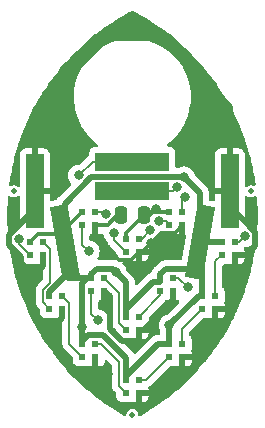
<source format=gbr>
G04 #@! TF.GenerationSoftware,KiCad,Pcbnew,(5.99.0-10027-g0561ce903e)*
G04 #@! TF.CreationDate,2021-09-03T22:07:34-07:00*
G04 #@! TF.ProjectId,scale_cca,7363616c-655f-4636-9361-2e6b69636164,v1r0*
G04 #@! TF.SameCoordinates,Original*
G04 #@! TF.FileFunction,Copper,L1,Top*
G04 #@! TF.FilePolarity,Positive*
%FSLAX46Y46*%
G04 Gerber Fmt 4.6, Leading zero omitted, Abs format (unit mm)*
G04 Created by KiCad (PCBNEW (5.99.0-10027-g0561ce903e)) date 2021-09-03 22:07:34*
%MOMM*%
%LPD*%
G01*
G04 APERTURE LIST*
G04 Aperture macros list*
%AMRoundRect*
0 Rectangle with rounded corners*
0 $1 Rounding radius*
0 $2 $3 $4 $5 $6 $7 $8 $9 X,Y pos of 4 corners*
0 Add a 4 corners polygon primitive as box body*
4,1,4,$2,$3,$4,$5,$6,$7,$8,$9,$2,$3,0*
0 Add four circle primitives for the rounded corners*
1,1,$1+$1,$2,$3*
1,1,$1+$1,$4,$5*
1,1,$1+$1,$6,$7*
1,1,$1+$1,$8,$9*
0 Add four rect primitives between the rounded corners*
20,1,$1+$1,$2,$3,$4,$5,0*
20,1,$1+$1,$4,$5,$6,$7,0*
20,1,$1+$1,$6,$7,$8,$9,0*
20,1,$1+$1,$8,$9,$2,$3,0*%
%AMRotRect*
0 Rectangle, with rotation*
0 The origin of the aperture is its center*
0 $1 length*
0 $2 width*
0 $3 Rotation angle, in degrees counterclockwise*
0 Add horizontal line*
21,1,$1,$2,0,0,$3*%
G04 Aperture macros list end*
G04 #@! TA.AperFunction,SMDPad,CuDef*
%ADD10RotRect,6.250000X1.500000X80.000000*%
G04 #@! TD*
G04 #@! TA.AperFunction,SMDPad,CuDef*
%ADD11R,0.600000X0.600000*%
G04 #@! TD*
G04 #@! TA.AperFunction,SMDPad,CuDef*
%ADD12R,6.250000X1.500000*%
G04 #@! TD*
G04 #@! TA.AperFunction,SMDPad,CuDef*
%ADD13R,1.500000X6.250000*%
G04 #@! TD*
G04 #@! TA.AperFunction,SMDPad,CuDef*
%ADD14C,0.500000*%
G04 #@! TD*
G04 #@! TA.AperFunction,SMDPad,CuDef*
%ADD15RoundRect,0.250000X-0.250000X-0.475000X0.250000X-0.475000X0.250000X0.475000X-0.250000X0.475000X0*%
G04 #@! TD*
G04 #@! TA.AperFunction,SMDPad,CuDef*
%ADD16RotRect,6.250000X1.500000X100.000000*%
G04 #@! TD*
G04 #@! TA.AperFunction,ViaPad*
%ADD17C,0.800000*%
G04 #@! TD*
G04 #@! TA.AperFunction,Conductor*
%ADD18C,0.152400*%
G04 #@! TD*
G04 #@! TA.AperFunction,Conductor*
%ADD19C,0.300000*%
G04 #@! TD*
G04 #@! TA.AperFunction,Conductor*
%ADD20C,0.500000*%
G04 #@! TD*
G04 APERTURE END LIST*
D10*
X42227500Y-45593000D03*
D11*
X40745500Y-44111000D03*
X40745500Y-43011000D03*
X39645500Y-43011000D03*
X39645500Y-44111000D03*
D12*
X36512500Y-41275000D03*
D13*
X28257500Y-41275000D03*
D14*
X26479500Y-41275000D03*
D11*
X34141500Y-49699000D03*
X34141500Y-48599000D03*
X33041500Y-48599000D03*
X33041500Y-49699000D03*
X30585500Y-51223000D03*
X30585500Y-50123000D03*
X29485500Y-50123000D03*
X29485500Y-51223000D03*
X33379500Y-44111000D03*
X33379500Y-43011000D03*
X32279500Y-43011000D03*
X32279500Y-44111000D03*
X39983500Y-49699000D03*
X39983500Y-48599000D03*
X38883500Y-48599000D03*
X38883500Y-49699000D03*
X45190500Y-46651000D03*
X45190500Y-45551000D03*
X44090500Y-45551000D03*
X44090500Y-46651000D03*
D12*
X36512500Y-38760400D03*
D11*
X33379500Y-55287000D03*
X33379500Y-54187000D03*
X32279500Y-54187000D03*
X32279500Y-55287000D03*
D15*
X35562500Y-43307000D03*
X37462500Y-43307000D03*
D11*
X37062500Y-53001000D03*
X37062500Y-51901000D03*
X35962500Y-51901000D03*
X35962500Y-53001000D03*
X37062500Y-58335000D03*
X37062500Y-57235000D03*
X35962500Y-57235000D03*
X35962500Y-58335000D03*
D14*
X36512500Y-60198000D03*
D11*
X37062500Y-46397000D03*
X37062500Y-45297000D03*
X35962500Y-45297000D03*
X35962500Y-46397000D03*
D13*
X44767500Y-41275000D03*
D14*
X46545500Y-41275000D03*
D11*
X28934500Y-46651000D03*
X28934500Y-45551000D03*
X27834500Y-45551000D03*
X27834500Y-46651000D03*
X40745500Y-55287000D03*
X40745500Y-54187000D03*
X39645500Y-54187000D03*
X39645500Y-55287000D03*
D16*
X30797500Y-45593000D03*
D11*
X43539500Y-51223000D03*
X43539500Y-50123000D03*
X42439500Y-50123000D03*
X42439500Y-51223000D03*
D17*
X34480500Y-56769000D03*
X26934498Y-45339000D03*
X46037500Y-45085000D03*
X35115500Y-48133000D03*
X40887511Y-40074989D03*
X38544500Y-42799000D03*
X38100000Y-45656500D03*
X41211500Y-49403000D03*
X38798500Y-43815000D03*
X42100500Y-53721000D03*
X38478500Y-52004000D03*
X32279500Y-52747000D03*
X39645500Y-52620000D03*
X40957500Y-41783000D03*
X40322500Y-40924989D03*
X32829500Y-46355000D03*
X38036500Y-44577000D03*
X33591500Y-52197000D03*
X34297523Y-43191315D03*
X34988500Y-44831000D03*
X31981449Y-39918949D03*
D18*
X34988500Y-45423000D02*
X35962500Y-46397000D01*
X34988500Y-44831000D02*
X34988500Y-45423000D01*
D19*
X33379500Y-45044020D02*
X34438500Y-46103020D01*
X33379500Y-44111000D02*
X33379500Y-45044020D01*
D20*
X26084487Y-44930994D02*
X26084487Y-45832987D01*
X26084487Y-45832987D02*
X27084489Y-46832989D01*
X27084489Y-46832989D02*
X27084489Y-47311009D01*
X27906480Y-48133000D02*
X28384500Y-48133000D01*
X28257500Y-42757981D02*
X26084487Y-44930994D01*
X27084489Y-47311009D02*
X27906480Y-48133000D01*
X28257500Y-41275000D02*
X28257500Y-42757981D01*
D18*
X27425322Y-46241822D02*
X27834500Y-46651000D01*
X26934498Y-45748178D02*
X27425322Y-46239002D01*
X26934498Y-45339000D02*
X26934498Y-45748178D01*
X27425322Y-46239002D02*
X27425322Y-46241822D01*
D20*
X42227500Y-41414978D02*
X42227500Y-45593000D01*
X40887511Y-40074989D02*
X42227500Y-41414978D01*
D18*
X40322500Y-40924989D02*
X39972489Y-41275000D01*
X39972489Y-41275000D02*
X36512500Y-41275000D01*
D20*
X30585500Y-52028000D02*
X29908500Y-52705000D01*
X30585500Y-51223000D02*
X30585500Y-52028000D01*
X28934500Y-47583000D02*
X28384500Y-48133000D01*
X28934500Y-46651000D02*
X28934500Y-47583000D01*
X44767500Y-42556983D02*
X46887511Y-44676994D01*
X46122500Y-46651000D02*
X45190500Y-46651000D01*
X46887511Y-44676994D02*
X46887511Y-45885989D01*
X44767500Y-41275000D02*
X44767500Y-42556983D01*
X46887511Y-45885989D02*
X46122500Y-46651000D01*
D18*
X45571500Y-45551000D02*
X46037500Y-45085000D01*
X45190500Y-45551000D02*
X45571500Y-45551000D01*
D20*
X35115500Y-48133000D02*
X34831489Y-47848989D01*
X33481491Y-47848989D02*
X33041500Y-48288980D01*
X34831489Y-47848989D02*
X33481491Y-47848989D01*
X35962500Y-48980000D02*
X35115500Y-48133000D01*
X35962500Y-51901000D02*
X35962500Y-48980000D01*
X33041500Y-48288980D02*
X33041500Y-48599000D01*
X35962500Y-51209980D02*
X35962500Y-51901000D01*
X38223491Y-48948989D02*
X35962500Y-51209980D01*
X38871511Y-48948989D02*
X38223491Y-48948989D01*
X38883500Y-48599000D02*
X38883500Y-48937000D01*
X38883500Y-48937000D02*
X38871511Y-48948989D01*
X41986489Y-47848989D02*
X42439500Y-48302000D01*
X38883500Y-48599000D02*
X38883500Y-48288980D01*
X38883500Y-48288980D02*
X39323491Y-47848989D01*
X39323491Y-47848989D02*
X41986489Y-47848989D01*
X42439500Y-50123000D02*
X42439500Y-48302000D01*
X42439500Y-48302000D02*
X42439500Y-45805000D01*
D19*
X38036500Y-43307000D02*
X38544500Y-42799000D01*
X37462500Y-43307000D02*
X38036500Y-43307000D01*
X38100000Y-45656500D02*
X38925500Y-44831000D01*
X40576500Y-44410020D02*
X40576500Y-44280000D01*
X38925500Y-44831000D02*
X40155520Y-44831000D01*
X40155520Y-44831000D02*
X40576500Y-44410020D01*
X37062500Y-46397000D02*
X37359500Y-46397000D01*
X37359500Y-46397000D02*
X38100000Y-45656500D01*
X40576500Y-44280000D02*
X40745500Y-44111000D01*
D18*
X38798500Y-43815000D02*
X39349500Y-43815000D01*
X40407500Y-48599000D02*
X41211500Y-49403000D01*
X39983500Y-48599000D02*
X40407500Y-48599000D01*
X39349500Y-43815000D02*
X39645500Y-44111000D01*
D20*
X38700480Y-54187000D02*
X39645500Y-54187000D01*
X35962500Y-57235000D02*
X35962500Y-56924980D01*
X35962500Y-56924980D02*
X38700480Y-54187000D01*
X43539500Y-52282000D02*
X43539500Y-51223000D01*
X42100500Y-53721000D02*
X43539500Y-52282000D01*
X38478500Y-52004000D02*
X37481500Y-53001000D01*
X32279500Y-52747000D02*
X32279500Y-54187000D01*
X39645500Y-52620000D02*
X39645500Y-54187000D01*
X34607500Y-50165000D02*
X34141500Y-49699000D01*
X35623500Y-53975000D02*
X34607500Y-52959000D01*
X34607500Y-52959000D02*
X34607500Y-50165000D01*
X37062500Y-53801000D02*
X36888500Y-53975000D01*
X36888500Y-53975000D02*
X35623500Y-53975000D01*
X37062500Y-53001000D02*
X37062500Y-53801000D01*
X37481500Y-53001000D02*
X37062500Y-53001000D01*
X39983500Y-49699000D02*
X39983500Y-50499000D01*
X39983500Y-50499000D02*
X38478500Y-52004000D01*
X44090500Y-45551000D02*
X42269500Y-45551000D01*
X42269500Y-45551000D02*
X42227500Y-45593000D01*
X42439500Y-45805000D02*
X42227500Y-45593000D01*
X42129480Y-50123000D02*
X39645500Y-52606980D01*
X42439500Y-50123000D02*
X42129480Y-50123000D01*
X39645500Y-52606980D02*
X39645500Y-52620000D01*
X35962500Y-57235000D02*
X35962500Y-55359980D01*
X34039509Y-53436989D02*
X35962500Y-55359980D01*
X32775511Y-53436989D02*
X32279500Y-53933000D01*
X32279500Y-53933000D02*
X32279500Y-54187000D01*
X34039509Y-53436989D02*
X32775511Y-53436989D01*
X32279500Y-49050980D02*
X32279500Y-52747000D01*
X32731480Y-48599000D02*
X32279500Y-49050980D01*
X33041500Y-48599000D02*
X32731480Y-48599000D01*
X31051500Y-45847000D02*
X30797500Y-45593000D01*
X31051500Y-48641000D02*
X31051500Y-45847000D01*
X31093500Y-48599000D02*
X31051500Y-48641000D01*
X33041500Y-48599000D02*
X31093500Y-48599000D01*
X29485500Y-49770008D02*
X30797500Y-48458008D01*
X29485500Y-50123000D02*
X29485500Y-49770008D01*
X30797500Y-48458008D02*
X30797500Y-45593000D01*
D19*
X30797500Y-44493000D02*
X32279500Y-43011000D01*
X30797500Y-45593000D02*
X30797500Y-44493000D01*
X30105489Y-44900989D02*
X30797500Y-45593000D01*
X28484511Y-44900989D02*
X30105489Y-44900989D01*
X27834500Y-45551000D02*
X28484511Y-44900989D01*
D18*
X40745500Y-41825000D02*
X40703500Y-41783000D01*
X40745500Y-43011000D02*
X40745500Y-41825000D01*
X32279500Y-45805000D02*
X32279500Y-44111000D01*
X32829500Y-46355000D02*
X32279500Y-45805000D01*
X37316500Y-45297000D02*
X38036500Y-44577000D01*
X37062500Y-45297000D02*
X37316500Y-45297000D01*
D19*
X36412489Y-47047011D02*
X35382491Y-47047011D01*
X37062500Y-46397000D02*
X36412489Y-47047011D01*
X35382491Y-47047011D02*
X34438500Y-46103020D01*
X35962500Y-44807000D02*
X37462500Y-43307000D01*
X35962500Y-45297000D02*
X35962500Y-44807000D01*
X39645500Y-43011000D02*
X37758500Y-43011000D01*
X37758500Y-43011000D02*
X37462500Y-43307000D01*
D18*
X33591500Y-52197000D02*
X33041500Y-51647000D01*
X33041500Y-51647000D02*
X33041500Y-49699000D01*
X34117208Y-43011000D02*
X34297523Y-43191315D01*
X33379500Y-43011000D02*
X34117208Y-43011000D01*
D19*
X35242500Y-43307000D02*
X35562500Y-43307000D01*
X34438500Y-44111000D02*
X35242500Y-43307000D01*
X33379500Y-44111000D02*
X34438500Y-44111000D01*
D18*
X33139998Y-38760400D02*
X36512500Y-38760400D01*
X31981449Y-39918949D02*
X33139998Y-38760400D01*
D20*
X33027491Y-40074989D02*
X40887511Y-40074989D01*
X30797500Y-42304980D02*
X33027491Y-40074989D01*
X30797500Y-45593000D02*
X30797500Y-42304980D01*
X38925500Y-28321000D02*
X44767500Y-34163000D01*
X34353500Y-28321000D02*
X38925500Y-28321000D01*
X28257500Y-41275000D02*
X28257500Y-34417000D01*
X28257500Y-34417000D02*
X34353500Y-28321000D01*
X44767500Y-34163000D02*
X44767500Y-41275000D01*
D18*
X43539500Y-47202000D02*
X44090500Y-46651000D01*
X43539500Y-50123000D02*
X43539500Y-47202000D01*
X40745500Y-52917000D02*
X42439500Y-51223000D01*
X40745500Y-54187000D02*
X40745500Y-52917000D01*
X37062500Y-57235000D02*
X37697500Y-57235000D01*
X37697500Y-57235000D02*
X39645500Y-55287000D01*
X35386289Y-57758789D02*
X35962500Y-58335000D01*
X33831900Y-54187000D02*
X35386289Y-55741389D01*
X33379500Y-54187000D02*
X33831900Y-54187000D01*
X35386289Y-55741389D02*
X35386289Y-57758789D01*
X31161711Y-54169211D02*
X32279500Y-55287000D01*
X31161711Y-50699211D02*
X31161711Y-54169211D01*
X30585500Y-50123000D02*
X31161711Y-50699211D01*
X28909289Y-50646789D02*
X29485500Y-51223000D01*
X28909289Y-49602031D02*
X28909289Y-50646789D01*
X29510711Y-49000609D02*
X28909289Y-49602031D01*
X29510711Y-46127211D02*
X29510711Y-49000609D01*
X28934500Y-45551000D02*
X29510711Y-46127211D01*
X38883500Y-50080000D02*
X38883500Y-49699000D01*
X37062500Y-51901000D02*
X38883500Y-50080000D01*
X35386289Y-49843789D02*
X35386289Y-52424789D01*
X35386289Y-52424789D02*
X35962500Y-53001000D01*
X34141500Y-48599000D02*
X35386289Y-49843789D01*
G04 #@! TA.AperFunction,Conductor*
G36*
X46867923Y-45630528D02*
G01*
X46926907Y-45670042D01*
X46955165Y-45735172D01*
X46955011Y-45767471D01*
X46912564Y-46083997D01*
X46894437Y-46219166D01*
X46894036Y-46221924D01*
X46864801Y-46408386D01*
X46862357Y-46423971D01*
X46861900Y-46426692D01*
X46820203Y-46658803D01*
X46746074Y-47071454D01*
X46745548Y-47074203D01*
X46704915Y-47274695D01*
X46704337Y-47277396D01*
X46568817Y-47877282D01*
X46559994Y-47916335D01*
X46559354Y-47919029D01*
X46544040Y-47980438D01*
X46509850Y-48117534D01*
X46509142Y-48120242D01*
X46336572Y-48752092D01*
X46335805Y-48754784D01*
X46277524Y-48950920D01*
X46276696Y-48953595D01*
X46076244Y-49577106D01*
X46075358Y-49579761D01*
X46008423Y-49773113D01*
X46007478Y-49775748D01*
X45779516Y-50389769D01*
X45778513Y-50392382D01*
X45703058Y-50582562D01*
X45702010Y-50585119D01*
X45446971Y-51188468D01*
X45445875Y-51190984D01*
X45362051Y-51377613D01*
X45360883Y-51380139D01*
X45314766Y-51477000D01*
X45079286Y-51971581D01*
X45078062Y-51974080D01*
X44986010Y-52156843D01*
X44984815Y-52159151D01*
X44775731Y-52552280D01*
X44677172Y-52737595D01*
X44675830Y-52740052D01*
X44575824Y-52918414D01*
X44574428Y-52920840D01*
X44567311Y-52932897D01*
X44241453Y-53484949D01*
X44240087Y-53487208D01*
X44132093Y-53661215D01*
X44130666Y-53663458D01*
X43835282Y-54116610D01*
X43772964Y-54212213D01*
X43771409Y-54214541D01*
X43655909Y-54383408D01*
X43654328Y-54385665D01*
X43342904Y-54819953D01*
X43272608Y-54917982D01*
X43270952Y-54920239D01*
X43148099Y-55083763D01*
X43146399Y-55085974D01*
X42741361Y-55600870D01*
X42739672Y-55602968D01*
X42654389Y-55706561D01*
X42609621Y-55760940D01*
X42607818Y-55763081D01*
X42180430Y-56259335D01*
X42178590Y-56261425D01*
X42041629Y-56413488D01*
X42039766Y-56415511D01*
X41590714Y-56892335D01*
X41588779Y-56894344D01*
X41445183Y-57040186D01*
X41443198Y-57042159D01*
X41156051Y-57321125D01*
X40973427Y-57498546D01*
X40971453Y-57500421D01*
X40916899Y-57551114D01*
X40821533Y-57639729D01*
X40819462Y-57641611D01*
X40329882Y-58076679D01*
X40327768Y-58078516D01*
X40171836Y-58211003D01*
X40169683Y-58212791D01*
X39661321Y-58625633D01*
X39659128Y-58627374D01*
X39497356Y-58752889D01*
X39495183Y-58754538D01*
X38968889Y-59144458D01*
X38966675Y-59146060D01*
X38799572Y-59264205D01*
X38797334Y-59265751D01*
X38480872Y-59479111D01*
X38254247Y-59631902D01*
X38251909Y-59633441D01*
X38079684Y-59744071D01*
X38077312Y-59745557D01*
X37518626Y-60087142D01*
X37516222Y-60088576D01*
X37339241Y-60191454D01*
X37336805Y-60192834D01*
X37200414Y-60268113D01*
X37131109Y-60283518D01*
X37064477Y-60259009D01*
X37021673Y-60202367D01*
X37014801Y-60175662D01*
X36998955Y-60065009D01*
X36998954Y-60065006D01*
X36997682Y-60056123D01*
X36985807Y-60030004D01*
X36942076Y-59933825D01*
X36938360Y-59925651D01*
X36844803Y-59817074D01*
X36724533Y-59739118D01*
X36715936Y-59736547D01*
X36715934Y-59736546D01*
X36632196Y-59711503D01*
X36587218Y-59698052D01*
X36578242Y-59697997D01*
X36578241Y-59697997D01*
X36516527Y-59697620D01*
X36443896Y-59697177D01*
X36435265Y-59699644D01*
X36435263Y-59699644D01*
X36314723Y-59734094D01*
X36314720Y-59734095D01*
X36306089Y-59736562D01*
X36184875Y-59813042D01*
X36089999Y-59920469D01*
X36029088Y-60050206D01*
X36027707Y-60059074D01*
X36027707Y-60059075D01*
X36009369Y-60176852D01*
X35979125Y-60241084D01*
X35918955Y-60278769D01*
X35847963Y-60277941D01*
X35823983Y-60267780D01*
X35688175Y-60192822D01*
X35685739Y-60191442D01*
X35508812Y-60088595D01*
X35506408Y-60087161D01*
X35050232Y-59808252D01*
X34947650Y-59745533D01*
X34945317Y-59744071D01*
X34773014Y-59633391D01*
X34770837Y-59631957D01*
X34227693Y-59265768D01*
X34225429Y-59264205D01*
X34058381Y-59146099D01*
X34056113Y-59144458D01*
X33529819Y-58754538D01*
X33527588Y-58752846D01*
X33365907Y-58627401D01*
X33363715Y-58625661D01*
X32962435Y-58299783D01*
X32855279Y-58212761D01*
X32853210Y-58211043D01*
X32697232Y-58078516D01*
X32695134Y-58076692D01*
X32258752Y-57688901D01*
X32205534Y-57641608D01*
X32203469Y-57639732D01*
X32053608Y-57500477D01*
X32051578Y-57498549D01*
X31581772Y-57042129D01*
X31579787Y-57040156D01*
X31436229Y-56894352D01*
X31434322Y-56892373D01*
X31013620Y-56445652D01*
X30985268Y-56415546D01*
X30983372Y-56413488D01*
X30909382Y-56331341D01*
X30846378Y-56261390D01*
X30844570Y-56259335D01*
X30417163Y-55763059D01*
X30415431Y-55761004D01*
X30285328Y-55602968D01*
X30283574Y-55600787D01*
X30018239Y-55263486D01*
X29878607Y-55085982D01*
X29876930Y-55083802D01*
X29838764Y-55033000D01*
X29754040Y-54920228D01*
X29752384Y-54917971D01*
X29370672Y-54385665D01*
X29369066Y-54383372D01*
X29253604Y-54214561D01*
X29252049Y-54212233D01*
X29229343Y-54177399D01*
X28894352Y-53663486D01*
X28892926Y-53661245D01*
X28784928Y-53487232D01*
X28783524Y-53484911D01*
X28774902Y-53470303D01*
X28492312Y-52991554D01*
X28450567Y-52920831D01*
X28449171Y-52918405D01*
X28349159Y-52740033D01*
X28347817Y-52737576D01*
X28281793Y-52613435D01*
X28040213Y-52159204D01*
X28038948Y-52156760D01*
X28038937Y-52156737D01*
X28031212Y-52141400D01*
X27946939Y-51974080D01*
X27945707Y-51971567D01*
X27713026Y-51482865D01*
X27664112Y-51380130D01*
X27662959Y-51377636D01*
X27579117Y-51190965D01*
X27578010Y-51188425D01*
X27571723Y-51173550D01*
X27398560Y-50763897D01*
X27322990Y-50585119D01*
X27321942Y-50582562D01*
X27246478Y-50392359D01*
X27245501Y-50389814D01*
X27017518Y-49775736D01*
X27016573Y-49773101D01*
X26957377Y-49602105D01*
X26949642Y-49579761D01*
X26948768Y-49577145D01*
X26748278Y-48953514D01*
X26747458Y-48950861D01*
X26744462Y-48940776D01*
X26707844Y-48817544D01*
X26689195Y-48754782D01*
X26688428Y-48752090D01*
X26582230Y-48363258D01*
X26515849Y-48120211D01*
X26515168Y-48117606D01*
X26465640Y-47919004D01*
X26465008Y-47916344D01*
X26465006Y-47916335D01*
X26320652Y-47277345D01*
X26320085Y-47274695D01*
X26279449Y-47074191D01*
X26278923Y-47071442D01*
X26163112Y-46426755D01*
X26162648Y-46423995D01*
X26130964Y-46221924D01*
X26130561Y-46219153D01*
X26118821Y-46131608D01*
X26129591Y-46061434D01*
X26176591Y-46008222D01*
X26244899Y-45988868D01*
X26312827Y-46009515D01*
X26322325Y-46016839D01*
X26323247Y-46017863D01*
X26328589Y-46021744D01*
X26328591Y-46021746D01*
X26472406Y-46126233D01*
X26477748Y-46130114D01*
X26479816Y-46131035D01*
X26505692Y-46153727D01*
X26506651Y-46152768D01*
X26512489Y-46158607D01*
X26517517Y-46165159D01*
X26524067Y-46170185D01*
X26524068Y-46170186D01*
X26541361Y-46183455D01*
X26553752Y-46194323D01*
X26969877Y-46610448D01*
X26980744Y-46622838D01*
X26994962Y-46641367D01*
X27020563Y-46707588D01*
X27021000Y-46718072D01*
X27021000Y-46951000D01*
X27026227Y-47024079D01*
X27048430Y-47099696D01*
X27058319Y-47133374D01*
X27067404Y-47164316D01*
X27084233Y-47190502D01*
X27141551Y-47279691D01*
X27141553Y-47279694D01*
X27146423Y-47287271D01*
X27153233Y-47293172D01*
X27250069Y-47377082D01*
X27250072Y-47377084D01*
X27256881Y-47382984D01*
X27265079Y-47386728D01*
X27378306Y-47438437D01*
X27389830Y-47443700D01*
X27398745Y-47444982D01*
X27398746Y-47444982D01*
X27530052Y-47463861D01*
X27530059Y-47463862D01*
X27534500Y-47464500D01*
X28134500Y-47464500D01*
X28207579Y-47459273D01*
X28347816Y-47418096D01*
X28348328Y-47419840D01*
X28407777Y-47411294D01*
X28442183Y-47421397D01*
X28481772Y-47439476D01*
X28498888Y-47444502D01*
X28630054Y-47463361D01*
X28638995Y-47464000D01*
X28800011Y-47464000D01*
X28868132Y-47484002D01*
X28914625Y-47537658D01*
X28926011Y-47590000D01*
X28926011Y-48706228D01*
X28906009Y-48774349D01*
X28889106Y-48795323D01*
X28528543Y-49155886D01*
X28516153Y-49166753D01*
X28492308Y-49185050D01*
X28398594Y-49307181D01*
X28377751Y-49357500D01*
X28354970Y-49412500D01*
X28339683Y-49449405D01*
X28331638Y-49510513D01*
X28319589Y-49602031D01*
X28320667Y-49610219D01*
X28323511Y-49631821D01*
X28324589Y-49648268D01*
X28324589Y-50600552D01*
X28323511Y-50616999D01*
X28319589Y-50646789D01*
X28324589Y-50684767D01*
X28339683Y-50799415D01*
X28398594Y-50941639D01*
X28492308Y-51063770D01*
X28498853Y-51068792D01*
X28516152Y-51082066D01*
X28528543Y-51092934D01*
X28635095Y-51199486D01*
X28669121Y-51261798D01*
X28672000Y-51288581D01*
X28672000Y-51523000D01*
X28677227Y-51596079D01*
X28718404Y-51736316D01*
X28742926Y-51774472D01*
X28792551Y-51851691D01*
X28792553Y-51851694D01*
X28797423Y-51859271D01*
X28804233Y-51865172D01*
X28901069Y-51949082D01*
X28901072Y-51949084D01*
X28907881Y-51954984D01*
X28916079Y-51958728D01*
X29021940Y-52007073D01*
X29040830Y-52015700D01*
X29049745Y-52016982D01*
X29049746Y-52016982D01*
X29181052Y-52035861D01*
X29181059Y-52035862D01*
X29185500Y-52036500D01*
X29785500Y-52036500D01*
X29858579Y-52031273D01*
X29998816Y-51990096D01*
X29999328Y-51991840D01*
X30058777Y-51983294D01*
X30093183Y-51993397D01*
X30132772Y-52011476D01*
X30149888Y-52016502D01*
X30281054Y-52035361D01*
X30289995Y-52036000D01*
X30451011Y-52036000D01*
X30519132Y-52056002D01*
X30565625Y-52109658D01*
X30577011Y-52162000D01*
X30577011Y-54122974D01*
X30575933Y-54139421D01*
X30572011Y-54169211D01*
X30577011Y-54207189D01*
X30592105Y-54321837D01*
X30651016Y-54464061D01*
X30744730Y-54586192D01*
X30751275Y-54591214D01*
X30768574Y-54604488D01*
X30780965Y-54615356D01*
X31429095Y-55263486D01*
X31463121Y-55325798D01*
X31466000Y-55352581D01*
X31466000Y-55587000D01*
X31471227Y-55660079D01*
X31512404Y-55800316D01*
X31517275Y-55807895D01*
X31586551Y-55915691D01*
X31586553Y-55915694D01*
X31591423Y-55923271D01*
X31598233Y-55929172D01*
X31695069Y-56013082D01*
X31695072Y-56013084D01*
X31701881Y-56018984D01*
X31834830Y-56079700D01*
X31843745Y-56080982D01*
X31843746Y-56080982D01*
X31975052Y-56099861D01*
X31975059Y-56099862D01*
X31979500Y-56100500D01*
X32579500Y-56100500D01*
X32652579Y-56095273D01*
X32792816Y-56054096D01*
X32793328Y-56055840D01*
X32852777Y-56047294D01*
X32887183Y-56057397D01*
X32926772Y-56075476D01*
X32943888Y-56080502D01*
X33075054Y-56099361D01*
X33083995Y-56100000D01*
X33107385Y-56100000D01*
X33122624Y-56095525D01*
X33123829Y-56094135D01*
X33125500Y-56086452D01*
X33125500Y-55159000D01*
X33145502Y-55090879D01*
X33199158Y-55044386D01*
X33251500Y-55033000D01*
X33507500Y-55033000D01*
X33575621Y-55053002D01*
X33622114Y-55106658D01*
X33633500Y-55159000D01*
X33633500Y-56081885D01*
X33637975Y-56097124D01*
X33639365Y-56098329D01*
X33647048Y-56100000D01*
X33677243Y-56100000D01*
X33681750Y-56099839D01*
X33745769Y-56095260D01*
X33758991Y-56092874D01*
X33883958Y-56056181D01*
X33900192Y-56048767D01*
X34007860Y-55979574D01*
X34021347Y-55967888D01*
X34105162Y-55871160D01*
X34114807Y-55856152D01*
X34167977Y-55739725D01*
X34173004Y-55722605D01*
X34183392Y-55650358D01*
X34212885Y-55585777D01*
X34272611Y-55547394D01*
X34343608Y-55547394D01*
X34397204Y-55579195D01*
X34764684Y-55946675D01*
X34798710Y-56008987D01*
X34801589Y-56035770D01*
X34801589Y-57712552D01*
X34800511Y-57728999D01*
X34796589Y-57758789D01*
X34801589Y-57796767D01*
X34816683Y-57911415D01*
X34875594Y-58053639D01*
X34969308Y-58175770D01*
X34975853Y-58180792D01*
X34993152Y-58194066D01*
X35005543Y-58204934D01*
X35112095Y-58311486D01*
X35146121Y-58373798D01*
X35149000Y-58400581D01*
X35149000Y-58635000D01*
X35154227Y-58708079D01*
X35195404Y-58848316D01*
X35200275Y-58855895D01*
X35269551Y-58963691D01*
X35269553Y-58963694D01*
X35274423Y-58971271D01*
X35281233Y-58977172D01*
X35378069Y-59061082D01*
X35378072Y-59061084D01*
X35384881Y-59066984D01*
X35517830Y-59127700D01*
X35526745Y-59128982D01*
X35526746Y-59128982D01*
X35658052Y-59147861D01*
X35658059Y-59147862D01*
X35662500Y-59148500D01*
X36262500Y-59148500D01*
X36335579Y-59143273D01*
X36475816Y-59102096D01*
X36476328Y-59103840D01*
X36535777Y-59095294D01*
X36570183Y-59105397D01*
X36609772Y-59123476D01*
X36626888Y-59128502D01*
X36758054Y-59147361D01*
X36766995Y-59148000D01*
X36790385Y-59148000D01*
X36805624Y-59143525D01*
X36806829Y-59142135D01*
X36808500Y-59134452D01*
X36808500Y-58602548D01*
X37316500Y-58602548D01*
X37316500Y-59129885D01*
X37320975Y-59145124D01*
X37322365Y-59146329D01*
X37330048Y-59148000D01*
X37360243Y-59148000D01*
X37364750Y-59147839D01*
X37428769Y-59143260D01*
X37441991Y-59140874D01*
X37566958Y-59104181D01*
X37583192Y-59096767D01*
X37690860Y-59027574D01*
X37704347Y-59015888D01*
X37788162Y-58919160D01*
X37797807Y-58904152D01*
X37850977Y-58787725D01*
X37856002Y-58770612D01*
X37874861Y-58639446D01*
X37875500Y-58630503D01*
X37875500Y-58607115D01*
X37871025Y-58591876D01*
X37869635Y-58590671D01*
X37861952Y-58589000D01*
X37334615Y-58589000D01*
X37319376Y-58593475D01*
X37318171Y-58594865D01*
X37316500Y-58602548D01*
X36808500Y-58602548D01*
X36808500Y-58207000D01*
X36828502Y-58138879D01*
X36882158Y-58092386D01*
X36934500Y-58081000D01*
X37857385Y-58081000D01*
X37872624Y-58076525D01*
X37873829Y-58075135D01*
X37875500Y-58067452D01*
X37875500Y-58037257D01*
X37875339Y-58032750D01*
X37870760Y-57968731D01*
X37868375Y-57955514D01*
X37858777Y-57922824D01*
X37858778Y-57851827D01*
X37897163Y-57792102D01*
X37931456Y-57770918D01*
X37992350Y-57745695D01*
X38114481Y-57651981D01*
X38132778Y-57628136D01*
X38143645Y-57615746D01*
X39621986Y-56137405D01*
X39684298Y-56103379D01*
X39711081Y-56100500D01*
X39945500Y-56100500D01*
X40018579Y-56095273D01*
X40158816Y-56054096D01*
X40159328Y-56055840D01*
X40218777Y-56047294D01*
X40253183Y-56057397D01*
X40292772Y-56075476D01*
X40309888Y-56080502D01*
X40441054Y-56099361D01*
X40449995Y-56100000D01*
X40473385Y-56100000D01*
X40488624Y-56095525D01*
X40489829Y-56094135D01*
X40491500Y-56086452D01*
X40491500Y-55554548D01*
X40999500Y-55554548D01*
X40999500Y-56081885D01*
X41003975Y-56097124D01*
X41005365Y-56098329D01*
X41013048Y-56100000D01*
X41043243Y-56100000D01*
X41047750Y-56099839D01*
X41111769Y-56095260D01*
X41124991Y-56092874D01*
X41249958Y-56056181D01*
X41266192Y-56048767D01*
X41373860Y-55979574D01*
X41387347Y-55967888D01*
X41471162Y-55871160D01*
X41480807Y-55856152D01*
X41533977Y-55739725D01*
X41539002Y-55722612D01*
X41557861Y-55591446D01*
X41558500Y-55582503D01*
X41558500Y-55559115D01*
X41554025Y-55543876D01*
X41552635Y-55542671D01*
X41544952Y-55541000D01*
X41017615Y-55541000D01*
X41002376Y-55545475D01*
X41001171Y-55546865D01*
X40999500Y-55554548D01*
X40491500Y-55554548D01*
X40491500Y-55159000D01*
X40511502Y-55090879D01*
X40565158Y-55044386D01*
X40617500Y-55033000D01*
X41540385Y-55033000D01*
X41555624Y-55028525D01*
X41556829Y-55027135D01*
X41558500Y-55019452D01*
X41558500Y-54989257D01*
X41558339Y-54984750D01*
X41553760Y-54920731D01*
X41551374Y-54907509D01*
X41512141Y-54773892D01*
X41514182Y-54773293D01*
X41505791Y-54714922D01*
X41515894Y-54680514D01*
X41534458Y-54639865D01*
X41534459Y-54639862D01*
X41538200Y-54631670D01*
X41545680Y-54579646D01*
X41558361Y-54491448D01*
X41558362Y-54491441D01*
X41559000Y-54487000D01*
X41559000Y-53887000D01*
X41553773Y-53813921D01*
X41512596Y-53673684D01*
X41469470Y-53606579D01*
X41438449Y-53558309D01*
X41438447Y-53558306D01*
X41433577Y-53550729D01*
X41426766Y-53544827D01*
X41426764Y-53544825D01*
X41373688Y-53498834D01*
X41335304Y-53439108D01*
X41330200Y-53403610D01*
X41330200Y-53211381D01*
X41350202Y-53143260D01*
X41367105Y-53122286D01*
X42415986Y-52073405D01*
X42478298Y-52039379D01*
X42505081Y-52036500D01*
X42739500Y-52036500D01*
X42812579Y-52031273D01*
X42952816Y-51990096D01*
X42953328Y-51991840D01*
X43012777Y-51983294D01*
X43047183Y-51993397D01*
X43086772Y-52011476D01*
X43103888Y-52016502D01*
X43235054Y-52035361D01*
X43243995Y-52036000D01*
X43267385Y-52036000D01*
X43282624Y-52031525D01*
X43283829Y-52030135D01*
X43285500Y-52022452D01*
X43285500Y-51490548D01*
X43793500Y-51490548D01*
X43793500Y-52017885D01*
X43797975Y-52033124D01*
X43799365Y-52034329D01*
X43807048Y-52036000D01*
X43837243Y-52036000D01*
X43841750Y-52035839D01*
X43905769Y-52031260D01*
X43918991Y-52028874D01*
X44043958Y-51992181D01*
X44060192Y-51984767D01*
X44167860Y-51915574D01*
X44181347Y-51903888D01*
X44265162Y-51807160D01*
X44274807Y-51792152D01*
X44327977Y-51675725D01*
X44333002Y-51658612D01*
X44351861Y-51527446D01*
X44352500Y-51518503D01*
X44352500Y-51495115D01*
X44348025Y-51479876D01*
X44346635Y-51478671D01*
X44338952Y-51477000D01*
X43811615Y-51477000D01*
X43796376Y-51481475D01*
X43795171Y-51482865D01*
X43793500Y-51490548D01*
X43285500Y-51490548D01*
X43285500Y-51095000D01*
X43305502Y-51026879D01*
X43359158Y-50980386D01*
X43411500Y-50969000D01*
X44334385Y-50969000D01*
X44349624Y-50964525D01*
X44350829Y-50963135D01*
X44352500Y-50955452D01*
X44352500Y-50925257D01*
X44352339Y-50920750D01*
X44347760Y-50856731D01*
X44345374Y-50843509D01*
X44306141Y-50709892D01*
X44308182Y-50709293D01*
X44299791Y-50650922D01*
X44309894Y-50616514D01*
X44328458Y-50575865D01*
X44328459Y-50575862D01*
X44332200Y-50567670D01*
X44340444Y-50510329D01*
X44352361Y-50427448D01*
X44352362Y-50427441D01*
X44353000Y-50423000D01*
X44353000Y-49823000D01*
X44347773Y-49749921D01*
X44306596Y-49609684D01*
X44248097Y-49518658D01*
X44232449Y-49494309D01*
X44232447Y-49494306D01*
X44227577Y-49486729D01*
X44220766Y-49480827D01*
X44220764Y-49480825D01*
X44167688Y-49434834D01*
X44129304Y-49375108D01*
X44124200Y-49339610D01*
X44124200Y-47590500D01*
X44144202Y-47522379D01*
X44197858Y-47475886D01*
X44250200Y-47464500D01*
X44390500Y-47464500D01*
X44463579Y-47459273D01*
X44603816Y-47418096D01*
X44604328Y-47419840D01*
X44663777Y-47411294D01*
X44698183Y-47421397D01*
X44737772Y-47439476D01*
X44754888Y-47444502D01*
X44886054Y-47463361D01*
X44894995Y-47464000D01*
X44918385Y-47464000D01*
X44933624Y-47459525D01*
X44934829Y-47458135D01*
X44936500Y-47450452D01*
X44936500Y-46918548D01*
X45444500Y-46918548D01*
X45444500Y-47445885D01*
X45448975Y-47461124D01*
X45450365Y-47462329D01*
X45458048Y-47464000D01*
X45488243Y-47464000D01*
X45492750Y-47463839D01*
X45556769Y-47459260D01*
X45569991Y-47456874D01*
X45694958Y-47420181D01*
X45711192Y-47412767D01*
X45818860Y-47343574D01*
X45832347Y-47331888D01*
X45916162Y-47235160D01*
X45925807Y-47220152D01*
X45978977Y-47103725D01*
X45984002Y-47086612D01*
X46002861Y-46955446D01*
X46003500Y-46946503D01*
X46003500Y-46923115D01*
X45999025Y-46907876D01*
X45997635Y-46906671D01*
X45989952Y-46905000D01*
X45462615Y-46905000D01*
X45447376Y-46909475D01*
X45446171Y-46910865D01*
X45444500Y-46918548D01*
X44936500Y-46918548D01*
X44936500Y-46523000D01*
X44956502Y-46454879D01*
X45010158Y-46408386D01*
X45062500Y-46397000D01*
X45985385Y-46397000D01*
X46000624Y-46392525D01*
X46001829Y-46391135D01*
X46003500Y-46383452D01*
X46003500Y-46353257D01*
X46003339Y-46348750D01*
X45998760Y-46284731D01*
X45996374Y-46271509D01*
X45962163Y-46154994D01*
X45962163Y-46083997D01*
X46000547Y-46024271D01*
X46065128Y-45994778D01*
X46083059Y-45993496D01*
X46132987Y-45993496D01*
X46139439Y-45992124D01*
X46139444Y-45992124D01*
X46226387Y-45973643D01*
X46319787Y-45953790D01*
X46325818Y-45951105D01*
X46488220Y-45878799D01*
X46488222Y-45878798D01*
X46494250Y-45876114D01*
X46564710Y-45824922D01*
X46643407Y-45767746D01*
X46643409Y-45767744D01*
X46648751Y-45763863D01*
X46736494Y-45666414D01*
X46796939Y-45629176D01*
X46867923Y-45630528D01*
G37*
G04 #@! TD.AperFunction*
G04 #@! TA.AperFunction,Conductor*
G36*
X40179621Y-49465002D02*
G01*
X40226114Y-49518658D01*
X40237500Y-49571000D01*
X40237500Y-50493885D01*
X40241975Y-50509124D01*
X40243365Y-50510329D01*
X40251048Y-50512000D01*
X40281243Y-50512000D01*
X40285750Y-50511839D01*
X40356508Y-50506778D01*
X40356640Y-50508630D01*
X40418167Y-50515240D01*
X40473451Y-50559784D01*
X40495876Y-50627146D01*
X40478323Y-50695938D01*
X40459052Y-50720747D01*
X39472629Y-51707170D01*
X39409732Y-51741321D01*
X39369677Y-51749835D01*
X39369668Y-51749838D01*
X39363213Y-51751210D01*
X39357183Y-51753895D01*
X39357182Y-51753895D01*
X39194780Y-51826201D01*
X39194778Y-51826202D01*
X39188750Y-51828886D01*
X39183409Y-51832766D01*
X39183408Y-51832767D01*
X39039593Y-51937254D01*
X39039591Y-51937256D01*
X39034249Y-51941137D01*
X39029828Y-51946047D01*
X39029827Y-51946048D01*
X38915155Y-52073405D01*
X38906463Y-52083058D01*
X38810976Y-52248446D01*
X38751962Y-52430073D01*
X38751272Y-52436636D01*
X38751272Y-52436637D01*
X38736806Y-52574272D01*
X38732000Y-52620000D01*
X38732690Y-52626565D01*
X38750406Y-52795118D01*
X38751962Y-52809927D01*
X38754002Y-52816205D01*
X38754002Y-52816206D01*
X38758599Y-52830354D01*
X38810976Y-52991554D01*
X38814279Y-52997276D01*
X38814280Y-52997277D01*
X38870119Y-53093992D01*
X38887000Y-53156992D01*
X38887000Y-53301668D01*
X38866998Y-53369789D01*
X38813342Y-53416282D01*
X38742052Y-53426235D01*
X38734364Y-53425066D01*
X38734363Y-53425066D01*
X38727126Y-53423965D01*
X38719834Y-53424558D01*
X38719831Y-53424558D01*
X38676473Y-53428085D01*
X38666258Y-53428500D01*
X38657594Y-53428500D01*
X38653960Y-53428924D01*
X38653954Y-53428924D01*
X38644013Y-53430083D01*
X38627965Y-53431954D01*
X38623638Y-53432382D01*
X38594475Y-53434754D01*
X38558172Y-53437707D01*
X38558168Y-53437708D01*
X38550875Y-53438301D01*
X38543914Y-53440556D01*
X38537983Y-53441741D01*
X38532107Y-53443130D01*
X38524837Y-53443978D01*
X38456202Y-53468891D01*
X38452098Y-53470299D01*
X38437345Y-53475079D01*
X38389614Y-53490541D01*
X38389609Y-53490543D01*
X38382649Y-53492798D01*
X38376391Y-53496596D01*
X38370917Y-53499102D01*
X38365500Y-53501814D01*
X38358616Y-53504313D01*
X38352495Y-53508326D01*
X38352493Y-53508327D01*
X38297569Y-53544336D01*
X38293852Y-53546681D01*
X38246464Y-53575438D01*
X38231473Y-53584535D01*
X38227270Y-53588247D01*
X38222170Y-53592751D01*
X38219588Y-53594969D01*
X38216849Y-53597259D01*
X38210733Y-53601269D01*
X38205703Y-53606579D01*
X38161603Y-53653132D01*
X38159225Y-53655574D01*
X36814714Y-55000085D01*
X36752402Y-55034111D01*
X36681587Y-55029046D01*
X36624751Y-54986499D01*
X36620250Y-54980079D01*
X36605168Y-54957077D01*
X36602818Y-54953353D01*
X36567878Y-54895772D01*
X36567875Y-54895768D01*
X36564966Y-54890974D01*
X36556749Y-54881670D01*
X36554528Y-54879086D01*
X36552245Y-54876356D01*
X36548231Y-54870233D01*
X36527973Y-54851042D01*
X36496368Y-54821103D01*
X36493926Y-54818725D01*
X35704796Y-54029595D01*
X35670770Y-53967283D01*
X35675835Y-53896468D01*
X35718382Y-53839632D01*
X35784902Y-53814821D01*
X35793891Y-53814500D01*
X36262500Y-53814500D01*
X36335579Y-53809273D01*
X36475816Y-53768096D01*
X36476328Y-53769840D01*
X36535777Y-53761294D01*
X36570183Y-53771397D01*
X36609772Y-53789476D01*
X36626888Y-53794502D01*
X36758054Y-53813361D01*
X36766995Y-53814000D01*
X36790385Y-53814000D01*
X36805624Y-53809525D01*
X36806829Y-53808135D01*
X36808500Y-53800452D01*
X36808500Y-53268548D01*
X37316500Y-53268548D01*
X37316500Y-53795885D01*
X37320975Y-53811124D01*
X37322365Y-53812329D01*
X37330048Y-53814000D01*
X37360243Y-53814000D01*
X37364750Y-53813839D01*
X37428769Y-53809260D01*
X37441991Y-53806874D01*
X37566958Y-53770181D01*
X37583192Y-53762767D01*
X37690860Y-53693574D01*
X37704347Y-53681888D01*
X37788162Y-53585160D01*
X37797807Y-53570152D01*
X37850977Y-53453725D01*
X37856002Y-53436612D01*
X37874861Y-53305446D01*
X37875500Y-53296505D01*
X37875500Y-53273115D01*
X37871025Y-53257876D01*
X37869635Y-53256671D01*
X37861952Y-53255000D01*
X37334615Y-53255000D01*
X37319376Y-53259475D01*
X37318171Y-53260865D01*
X37316500Y-53268548D01*
X36808500Y-53268548D01*
X36808500Y-52873000D01*
X36828502Y-52804879D01*
X36882158Y-52758386D01*
X36934500Y-52747000D01*
X37857385Y-52747000D01*
X37872624Y-52742525D01*
X37873829Y-52741135D01*
X37875500Y-52733452D01*
X37875500Y-52703257D01*
X37875339Y-52698750D01*
X37870760Y-52634731D01*
X37868374Y-52621509D01*
X37829141Y-52487892D01*
X37831182Y-52487293D01*
X37822791Y-52428922D01*
X37832894Y-52394514D01*
X37851458Y-52353865D01*
X37851459Y-52353862D01*
X37855200Y-52345670D01*
X37868275Y-52254731D01*
X37875361Y-52205448D01*
X37875362Y-52205441D01*
X37876000Y-52201000D01*
X37876000Y-51966581D01*
X37896002Y-51898460D01*
X37912905Y-51877486D01*
X39264246Y-50526145D01*
X39276637Y-50515277D01*
X39281741Y-50511361D01*
X39287317Y-50507082D01*
X39328523Y-50486149D01*
X39396817Y-50466096D01*
X39397329Y-50467840D01*
X39456778Y-50459294D01*
X39491185Y-50469397D01*
X39530775Y-50487477D01*
X39547888Y-50492502D01*
X39679054Y-50511361D01*
X39687995Y-50512000D01*
X39711385Y-50512000D01*
X39726624Y-50507525D01*
X39727829Y-50506135D01*
X39729500Y-50498452D01*
X39729500Y-49571000D01*
X39749502Y-49502879D01*
X39803158Y-49456386D01*
X39855500Y-49445000D01*
X40111500Y-49445000D01*
X40179621Y-49465002D01*
G37*
G04 #@! TD.AperFunction*
G04 #@! TA.AperFunction,Conductor*
G36*
X34176540Y-49465002D02*
G01*
X34197514Y-49481905D01*
X34358595Y-49642986D01*
X34392621Y-49705298D01*
X34395500Y-49732081D01*
X34395500Y-50493885D01*
X34399975Y-50509124D01*
X34401365Y-50510329D01*
X34409048Y-50512000D01*
X34439243Y-50512000D01*
X34443750Y-50511839D01*
X34507769Y-50507260D01*
X34520991Y-50504874D01*
X34640091Y-50469904D01*
X34711088Y-50469904D01*
X34770814Y-50508288D01*
X34800307Y-50572869D01*
X34801589Y-50590800D01*
X34801589Y-52378552D01*
X34800511Y-52394999D01*
X34796589Y-52424789D01*
X34801589Y-52462767D01*
X34816683Y-52577415D01*
X34875594Y-52719639D01*
X34969308Y-52841770D01*
X34993152Y-52860066D01*
X35005543Y-52870934D01*
X35112095Y-52977486D01*
X35146121Y-53039798D01*
X35149000Y-53066581D01*
X35149000Y-53169609D01*
X35128998Y-53237730D01*
X35075342Y-53284223D01*
X35005068Y-53294327D01*
X34940488Y-53264833D01*
X34933905Y-53258704D01*
X34622512Y-52947311D01*
X34610124Y-52932897D01*
X34602238Y-52922181D01*
X34597898Y-52916283D01*
X34559159Y-52883371D01*
X34551642Y-52876441D01*
X34545525Y-52870324D01*
X34542652Y-52868051D01*
X34542643Y-52868043D01*
X34522166Y-52851843D01*
X34518762Y-52849052D01*
X34468715Y-52806534D01*
X34468713Y-52806533D01*
X34463133Y-52801792D01*
X34456612Y-52798462D01*
X34451598Y-52795118D01*
X34446450Y-52791938D01*
X34440707Y-52787395D01*
X34438922Y-52786561D01*
X34392943Y-52735384D01*
X34381580Y-52665303D01*
X34397479Y-52617996D01*
X34426024Y-52568554D01*
X34468886Y-52436637D01*
X34482998Y-52393206D01*
X34482998Y-52393205D01*
X34485038Y-52386927D01*
X34505000Y-52197000D01*
X34493024Y-52083058D01*
X34485728Y-52013637D01*
X34485728Y-52013636D01*
X34485038Y-52007073D01*
X34480595Y-51993397D01*
X34428066Y-51831731D01*
X34426024Y-51825446D01*
X34330537Y-51660058D01*
X34278768Y-51602562D01*
X34207173Y-51523048D01*
X34207172Y-51523047D01*
X34202751Y-51518137D01*
X34197409Y-51514256D01*
X34197407Y-51514254D01*
X34053592Y-51409767D01*
X34053591Y-51409766D01*
X34048250Y-51405886D01*
X34042222Y-51403202D01*
X34042220Y-51403201D01*
X33879818Y-51330895D01*
X33879817Y-51330895D01*
X33873787Y-51328210D01*
X33867335Y-51326838D01*
X33867330Y-51326837D01*
X33726003Y-51296797D01*
X33663529Y-51263068D01*
X33629208Y-51200919D01*
X33626200Y-51173550D01*
X33626200Y-50626457D01*
X33646202Y-50558336D01*
X33699858Y-50511843D01*
X33770131Y-50501739D01*
X33837052Y-50511361D01*
X33845995Y-50512000D01*
X33869385Y-50512000D01*
X33884624Y-50507525D01*
X33885829Y-50506135D01*
X33887500Y-50498452D01*
X33887500Y-49571000D01*
X33907502Y-49502879D01*
X33961158Y-49456386D01*
X34013500Y-49445000D01*
X34108419Y-49445000D01*
X34176540Y-49465002D01*
G37*
G04 #@! TD.AperFunction*
G04 #@! TA.AperFunction,Conductor*
G36*
X40941621Y-43877002D02*
G01*
X40988114Y-43930658D01*
X40999500Y-43983000D01*
X40999500Y-44905885D01*
X41005016Y-44924669D01*
X41039566Y-44978430D01*
X41042756Y-45035809D01*
X40698820Y-46986369D01*
X40667293Y-47049981D01*
X40606379Y-47086451D01*
X40574734Y-47090489D01*
X39389478Y-47090489D01*
X39370528Y-47089056D01*
X39357371Y-47087054D01*
X39357367Y-47087054D01*
X39350137Y-47085954D01*
X39342845Y-47086547D01*
X39342842Y-47086547D01*
X39299484Y-47090074D01*
X39289269Y-47090489D01*
X39280605Y-47090489D01*
X39276971Y-47090913D01*
X39276965Y-47090913D01*
X39267024Y-47092072D01*
X39250976Y-47093943D01*
X39246649Y-47094371D01*
X39217486Y-47096743D01*
X39181183Y-47099696D01*
X39181179Y-47099697D01*
X39173886Y-47100290D01*
X39166925Y-47102545D01*
X39160994Y-47103730D01*
X39155118Y-47105119D01*
X39147848Y-47105967D01*
X39079213Y-47130880D01*
X39075109Y-47132288D01*
X39060356Y-47137068D01*
X39012625Y-47152530D01*
X39012620Y-47152532D01*
X39005660Y-47154787D01*
X38999402Y-47158584D01*
X38993917Y-47161096D01*
X38988511Y-47163803D01*
X38981627Y-47166302D01*
X38920558Y-47206340D01*
X38916876Y-47208663D01*
X38854485Y-47246524D01*
X38850277Y-47250240D01*
X38850273Y-47250243D01*
X38845170Y-47254749D01*
X38842591Y-47256966D01*
X38839867Y-47259244D01*
X38833744Y-47263258D01*
X38828709Y-47268573D01*
X38784614Y-47315121D01*
X38782236Y-47317563D01*
X38393822Y-47705977D01*
X38379411Y-47718362D01*
X38362794Y-47730591D01*
X38358051Y-47736174D01*
X38329882Y-47769331D01*
X38322952Y-47776847D01*
X38316835Y-47782964D01*
X38314562Y-47785837D01*
X38314554Y-47785846D01*
X38298354Y-47806323D01*
X38295563Y-47809727D01*
X38253045Y-47859774D01*
X38248303Y-47865356D01*
X38244975Y-47871874D01*
X38241623Y-47876899D01*
X38238445Y-47882045D01*
X38233906Y-47887782D01*
X38230809Y-47894409D01*
X38230805Y-47894415D01*
X38203011Y-47953885D01*
X38201073Y-47957849D01*
X38200148Y-47959660D01*
X38183162Y-47984860D01*
X38151516Y-48021381D01*
X38107572Y-48117606D01*
X38093019Y-48149472D01*
X38046526Y-48203128D01*
X38021399Y-48215568D01*
X37979218Y-48230879D01*
X37975097Y-48232293D01*
X37947204Y-48241329D01*
X37912627Y-48252530D01*
X37912624Y-48252531D01*
X37905661Y-48254787D01*
X37899403Y-48258585D01*
X37893916Y-48261097D01*
X37888513Y-48263803D01*
X37881627Y-48266302D01*
X37845316Y-48290109D01*
X37820584Y-48306324D01*
X37816864Y-48308671D01*
X37759284Y-48343611D01*
X37759277Y-48343616D01*
X37754485Y-48346524D01*
X37750281Y-48350237D01*
X37750275Y-48350241D01*
X37745170Y-48354749D01*
X37742591Y-48356966D01*
X37739867Y-48359244D01*
X37733744Y-48363258D01*
X37728709Y-48368573D01*
X37684614Y-48415121D01*
X37682236Y-48417563D01*
X36936095Y-49163704D01*
X36873783Y-49197730D01*
X36802968Y-49192665D01*
X36746132Y-49150118D01*
X36721321Y-49083598D01*
X36721000Y-49074609D01*
X36721000Y-49045987D01*
X36722433Y-49027037D01*
X36724435Y-49013880D01*
X36724435Y-49013876D01*
X36725535Y-49006646D01*
X36721415Y-48955989D01*
X36721000Y-48945776D01*
X36721000Y-48937114D01*
X36717549Y-48907517D01*
X36717116Y-48903138D01*
X36713078Y-48853491D01*
X36711200Y-48830395D01*
X36708944Y-48823432D01*
X36707768Y-48817544D01*
X36706370Y-48811627D01*
X36705522Y-48804357D01*
X36680613Y-48735733D01*
X36679196Y-48731605D01*
X36658958Y-48669132D01*
X36658956Y-48669127D01*
X36656702Y-48662170D01*
X36652907Y-48655916D01*
X36650399Y-48650438D01*
X36647685Y-48645019D01*
X36645187Y-48638136D01*
X36605155Y-48577077D01*
X36602818Y-48573373D01*
X36567878Y-48515792D01*
X36567875Y-48515788D01*
X36564966Y-48510994D01*
X36556749Y-48501690D01*
X36554528Y-48499106D01*
X36552245Y-48496376D01*
X36548231Y-48490253D01*
X36496368Y-48441123D01*
X36493926Y-48438745D01*
X36035619Y-47980438D01*
X36004881Y-47930279D01*
X35957952Y-47785846D01*
X35950024Y-47761446D01*
X35854537Y-47596058D01*
X35849083Y-47590000D01*
X35731173Y-47459048D01*
X35731172Y-47459047D01*
X35726751Y-47454137D01*
X35705140Y-47438436D01*
X35661787Y-47382215D01*
X35655710Y-47311479D01*
X35688842Y-47248687D01*
X35750661Y-47213775D01*
X35779201Y-47210500D01*
X36262500Y-47210500D01*
X36335579Y-47205273D01*
X36475816Y-47164096D01*
X36476328Y-47165840D01*
X36535777Y-47157294D01*
X36570183Y-47167397D01*
X36609772Y-47185476D01*
X36626888Y-47190502D01*
X36758054Y-47209361D01*
X36766995Y-47210000D01*
X36790385Y-47210000D01*
X36805624Y-47205525D01*
X36806829Y-47204135D01*
X36808500Y-47196452D01*
X36808500Y-46664548D01*
X37316500Y-46664548D01*
X37316500Y-47191885D01*
X37320975Y-47207124D01*
X37322365Y-47208329D01*
X37330048Y-47210000D01*
X37360243Y-47210000D01*
X37364750Y-47209839D01*
X37428769Y-47205260D01*
X37441991Y-47202874D01*
X37566958Y-47166181D01*
X37583192Y-47158767D01*
X37690860Y-47089574D01*
X37704347Y-47077888D01*
X37788162Y-46981160D01*
X37797807Y-46966152D01*
X37850977Y-46849725D01*
X37856002Y-46832612D01*
X37874861Y-46701446D01*
X37875500Y-46692503D01*
X37875500Y-46669115D01*
X37871025Y-46653876D01*
X37869635Y-46652671D01*
X37861952Y-46651000D01*
X37334615Y-46651000D01*
X37319376Y-46655475D01*
X37318171Y-46656865D01*
X37316500Y-46664548D01*
X36808500Y-46664548D01*
X36808500Y-46269000D01*
X36828502Y-46200879D01*
X36882158Y-46154386D01*
X36934500Y-46143000D01*
X37857385Y-46143000D01*
X37872624Y-46138525D01*
X37873829Y-46137135D01*
X37875500Y-46129452D01*
X37875500Y-46099257D01*
X37875339Y-46094750D01*
X37870760Y-46030731D01*
X37868374Y-46017509D01*
X37829141Y-45883892D01*
X37831182Y-45883293D01*
X37822791Y-45824922D01*
X37832894Y-45790514D01*
X37851458Y-45749865D01*
X37851459Y-45749862D01*
X37855200Y-45741670D01*
X37866020Y-45666415D01*
X37875508Y-45600423D01*
X37905001Y-45535843D01*
X37911131Y-45529260D01*
X37917990Y-45522401D01*
X37980302Y-45488375D01*
X38007085Y-45485496D01*
X38131987Y-45485496D01*
X38138439Y-45484124D01*
X38138444Y-45484124D01*
X38225387Y-45465643D01*
X38318787Y-45445790D01*
X38324818Y-45443105D01*
X38487220Y-45370799D01*
X38487222Y-45370798D01*
X38493250Y-45368114D01*
X38533322Y-45339000D01*
X38642407Y-45259746D01*
X38642409Y-45259744D01*
X38647751Y-45255863D01*
X38775537Y-45113942D01*
X38858448Y-44970336D01*
X38867720Y-44954277D01*
X38867721Y-44954276D01*
X38871024Y-44948554D01*
X38883323Y-44910701D01*
X38923394Y-44852098D01*
X38988790Y-44824460D01*
X39058747Y-44836566D01*
X39063706Y-44839367D01*
X39067881Y-44842984D01*
X39173802Y-44891357D01*
X39181940Y-44895073D01*
X39200830Y-44903700D01*
X39209745Y-44904982D01*
X39209746Y-44904982D01*
X39341052Y-44923861D01*
X39341059Y-44923862D01*
X39345500Y-44924500D01*
X39945500Y-44924500D01*
X40018579Y-44919273D01*
X40158816Y-44878096D01*
X40159328Y-44879840D01*
X40218777Y-44871294D01*
X40253183Y-44881397D01*
X40292772Y-44899476D01*
X40309888Y-44904502D01*
X40441054Y-44923361D01*
X40449995Y-44924000D01*
X40473385Y-44924000D01*
X40488624Y-44919525D01*
X40489829Y-44918135D01*
X40491500Y-44910452D01*
X40491500Y-43983000D01*
X40511502Y-43914879D01*
X40565158Y-43868386D01*
X40617500Y-43857000D01*
X40873500Y-43857000D01*
X40941621Y-43877002D01*
G37*
G04 #@! TD.AperFunction*
G04 #@! TA.AperFunction,Conductor*
G36*
X33575621Y-43877002D02*
G01*
X33622114Y-43930658D01*
X33633500Y-43983000D01*
X33633500Y-44905885D01*
X33637975Y-44921124D01*
X33639365Y-44922329D01*
X33647048Y-44924000D01*
X33677243Y-44924000D01*
X33681750Y-44923839D01*
X33745769Y-44919260D01*
X33758991Y-44916874D01*
X33883958Y-44880181D01*
X33908386Y-44869025D01*
X33909513Y-44871493D01*
X33964118Y-44855459D01*
X34032239Y-44875460D01*
X34078733Y-44929114D01*
X34089429Y-44968288D01*
X34094962Y-45020927D01*
X34097002Y-45027205D01*
X34097002Y-45027206D01*
X34123326Y-45108224D01*
X34153976Y-45202554D01*
X34249463Y-45367942D01*
X34253881Y-45372849D01*
X34253882Y-45372850D01*
X34355309Y-45485496D01*
X34377249Y-45509863D01*
X34382373Y-45513586D01*
X34418485Y-45572517D01*
X34418894Y-45575626D01*
X34477805Y-45717850D01*
X34482832Y-45724401D01*
X34559085Y-45823776D01*
X34571519Y-45839981D01*
X34578064Y-45845003D01*
X34595363Y-45858277D01*
X34607754Y-45869145D01*
X35112095Y-46373486D01*
X35146121Y-46435798D01*
X35149000Y-46462581D01*
X35149000Y-46697000D01*
X35154227Y-46770079D01*
X35195404Y-46910316D01*
X35209965Y-46932973D01*
X35211603Y-46935522D01*
X35231605Y-47003643D01*
X35211603Y-47071763D01*
X35157948Y-47118257D01*
X35087674Y-47128361D01*
X35073574Y-47125030D01*
X35072487Y-47124522D01*
X35065327Y-47123033D01*
X35065316Y-47123029D01*
X35000996Y-47109650D01*
X34996709Y-47108680D01*
X34931317Y-47092679D01*
X34931311Y-47092678D01*
X34925859Y-47091344D01*
X34920255Y-47090996D01*
X34920253Y-47090996D01*
X34913465Y-47090575D01*
X34910068Y-47090318D01*
X34906528Y-47090002D01*
X34899360Y-47088511D01*
X34892043Y-47088709D01*
X34879222Y-47089056D01*
X34832592Y-47090318D01*
X34827973Y-47090443D01*
X34824564Y-47090489D01*
X33670720Y-47090489D01*
X33602599Y-47070487D01*
X33556106Y-47016831D01*
X33546002Y-46946557D01*
X33567866Y-46892687D01*
X33568537Y-46891942D01*
X33602792Y-46832612D01*
X33660720Y-46732277D01*
X33660721Y-46732276D01*
X33664024Y-46726554D01*
X33723038Y-46544927D01*
X33743000Y-46355000D01*
X33739121Y-46318096D01*
X33723728Y-46171637D01*
X33723728Y-46171636D01*
X33723038Y-46165073D01*
X33719352Y-46153727D01*
X33666066Y-45989731D01*
X33664024Y-45983446D01*
X33568537Y-45818058D01*
X33515322Y-45758956D01*
X33445173Y-45681048D01*
X33445172Y-45681047D01*
X33440751Y-45676137D01*
X33435409Y-45672256D01*
X33435407Y-45672254D01*
X33291592Y-45567767D01*
X33291591Y-45567766D01*
X33286250Y-45563886D01*
X33280222Y-45561202D01*
X33280220Y-45561201D01*
X33117818Y-45488895D01*
X33117817Y-45488895D01*
X33111787Y-45486210D01*
X33105335Y-45484838D01*
X33105330Y-45484837D01*
X32964003Y-45454797D01*
X32901529Y-45421068D01*
X32867208Y-45358919D01*
X32864200Y-45331550D01*
X32864200Y-45038457D01*
X32884202Y-44970336D01*
X32937858Y-44923843D01*
X33008131Y-44913739D01*
X33075052Y-44923361D01*
X33083995Y-44924000D01*
X33107385Y-44924000D01*
X33122624Y-44919525D01*
X33123829Y-44918135D01*
X33125500Y-44910452D01*
X33125500Y-43983000D01*
X33145502Y-43914879D01*
X33199158Y-43868386D01*
X33251500Y-43857000D01*
X33507500Y-43857000D01*
X33575621Y-43877002D01*
G37*
G04 #@! TD.AperFunction*
G04 #@! TA.AperFunction,Conductor*
G36*
X26923426Y-41657764D02*
G01*
X26976014Y-41705461D01*
X26994500Y-41771162D01*
X26994500Y-44304504D01*
X26974498Y-44372625D01*
X26920842Y-44419118D01*
X26868500Y-44430504D01*
X26839011Y-44430504D01*
X26832559Y-44431876D01*
X26832554Y-44431876D01*
X26745611Y-44450357D01*
X26652211Y-44470210D01*
X26646181Y-44472895D01*
X26646180Y-44472895D01*
X26483778Y-44545201D01*
X26483776Y-44545202D01*
X26477748Y-44547886D01*
X26472407Y-44551766D01*
X26472406Y-44551767D01*
X26328591Y-44656254D01*
X26328589Y-44656256D01*
X26323247Y-44660137D01*
X26318826Y-44665047D01*
X26318825Y-44665048D01*
X26199883Y-44797146D01*
X26199880Y-44797150D01*
X26195461Y-44802058D01*
X26192481Y-44807220D01*
X26136447Y-44850426D01*
X26065711Y-44856500D01*
X26002920Y-44823367D01*
X25968010Y-44761546D01*
X25965234Y-44744202D01*
X25962055Y-44708519D01*
X25961850Y-44705884D01*
X25948226Y-44501795D01*
X25948072Y-44499033D01*
X25948071Y-44498999D01*
X25924202Y-43962210D01*
X25918972Y-43844579D01*
X25918879Y-43841781D01*
X25914335Y-43637288D01*
X25914304Y-43634489D01*
X25914304Y-42979511D01*
X25914335Y-42976712D01*
X25918879Y-42772207D01*
X25918972Y-42769409D01*
X25938870Y-42321923D01*
X25948074Y-42114939D01*
X25948229Y-42112159D01*
X25952347Y-42050473D01*
X25961849Y-41908136D01*
X25962062Y-41905393D01*
X25974679Y-41763802D01*
X26000649Y-41697726D01*
X26058219Y-41656179D01*
X26129113Y-41652352D01*
X26170001Y-41670099D01*
X26261877Y-41731257D01*
X26328829Y-41752174D01*
X26389606Y-41771162D01*
X26398680Y-41773997D01*
X26407652Y-41774161D01*
X26407655Y-41774162D01*
X26472874Y-41775357D01*
X26541981Y-41776624D01*
X26652140Y-41746591D01*
X26671599Y-41741286D01*
X26671601Y-41741285D01*
X26680258Y-41738925D01*
X26802397Y-41663931D01*
X26804364Y-41667134D01*
X26853399Y-41646070D01*
X26923426Y-41657764D01*
G37*
G04 #@! TD.AperFunction*
G04 #@! TA.AperFunction,Conductor*
G36*
X46226319Y-41663654D02*
G01*
X46327877Y-41731257D01*
X46394829Y-41752174D01*
X46455606Y-41771162D01*
X46464680Y-41773997D01*
X46473652Y-41774161D01*
X46473655Y-41774162D01*
X46538874Y-41775357D01*
X46607981Y-41776624D01*
X46718140Y-41746591D01*
X46737599Y-41741286D01*
X46737601Y-41741285D01*
X46746258Y-41738925D01*
X46859072Y-41669657D01*
X46927588Y-41651059D01*
X46995284Y-41672456D01*
X47040665Y-41727055D01*
X47050503Y-41765849D01*
X47062937Y-41905393D01*
X47063154Y-41908183D01*
X47076772Y-42112175D01*
X47076927Y-42114954D01*
X47081601Y-42220067D01*
X47106028Y-42769421D01*
X47106121Y-42772219D01*
X47110665Y-42976712D01*
X47110696Y-42979511D01*
X47110696Y-43634489D01*
X47110665Y-43637288D01*
X47106120Y-43841801D01*
X47106027Y-43844599D01*
X47076930Y-44498999D01*
X47076774Y-44501795D01*
X47070495Y-44595849D01*
X47046000Y-44662486D01*
X46989366Y-44705302D01*
X46918576Y-44710702D01*
X46856103Y-44676973D01*
X46835659Y-44650459D01*
X46776537Y-44548058D01*
X46706443Y-44470210D01*
X46653173Y-44411048D01*
X46653172Y-44411047D01*
X46648751Y-44406137D01*
X46643409Y-44402256D01*
X46643407Y-44402254D01*
X46499592Y-44297767D01*
X46499591Y-44297766D01*
X46494250Y-44293886D01*
X46488222Y-44291202D01*
X46488220Y-44291201D01*
X46325818Y-44218895D01*
X46325817Y-44218895D01*
X46319787Y-44216210D01*
X46132987Y-44176504D01*
X46133471Y-44174228D01*
X46077676Y-44151275D01*
X46037044Y-44093055D01*
X46030500Y-44052975D01*
X46030500Y-41768541D01*
X46050502Y-41700420D01*
X46104158Y-41653927D01*
X46174432Y-41643823D01*
X46226319Y-41663654D01*
G37*
G04 #@! TD.AperFunction*
G04 #@! TA.AperFunction,Conductor*
G36*
X36570920Y-26003923D02*
G01*
X36760923Y-26103352D01*
X36763389Y-26104677D01*
X37336832Y-26421182D01*
X37339267Y-26422562D01*
X37516190Y-26525405D01*
X37518595Y-26526839D01*
X38077298Y-26868435D01*
X38079670Y-26869921D01*
X38251915Y-26980564D01*
X38254253Y-26982103D01*
X38797284Y-27348216D01*
X38799588Y-27349807D01*
X38966710Y-27467965D01*
X38968928Y-27469571D01*
X39220136Y-27655686D01*
X39495141Y-27859432D01*
X39497371Y-27861123D01*
X39659097Y-27986602D01*
X39661290Y-27988342D01*
X40169729Y-28401245D01*
X40171782Y-28402950D01*
X40327753Y-28535471D01*
X40329865Y-28537307D01*
X40522619Y-28708598D01*
X40819499Y-28972421D01*
X40821506Y-28974245D01*
X40970222Y-29112436D01*
X40971432Y-29113560D01*
X40973457Y-29115484D01*
X41443224Y-29571865D01*
X41445139Y-29573767D01*
X41552059Y-29682361D01*
X41588758Y-29719635D01*
X41590700Y-29721651D01*
X42039745Y-30198467D01*
X42041641Y-30200526D01*
X42178559Y-30352541D01*
X42180409Y-30354642D01*
X42607830Y-30850933D01*
X42609626Y-30853065D01*
X42739673Y-31011033D01*
X42741357Y-31013124D01*
X42861250Y-31165536D01*
X43146400Y-31528028D01*
X43148106Y-31530247D01*
X43270958Y-31693769D01*
X43272610Y-31696020D01*
X43654357Y-32228375D01*
X43655870Y-32230534D01*
X43771442Y-32399506D01*
X43772965Y-32401788D01*
X44130616Y-32950466D01*
X44132118Y-32952827D01*
X44240041Y-33126718D01*
X44241480Y-33129096D01*
X44349374Y-33311885D01*
X44574425Y-33693155D01*
X44575821Y-33695581D01*
X44675833Y-33873952D01*
X44677162Y-33876385D01*
X44984788Y-34454797D01*
X44986053Y-34457242D01*
X45078061Y-34639920D01*
X45079293Y-34642433D01*
X45205865Y-34908273D01*
X45360876Y-35233844D01*
X45360877Y-35233847D01*
X45362041Y-35236364D01*
X45445883Y-35423035D01*
X45446978Y-35425548D01*
X45593380Y-35771892D01*
X45702010Y-36028881D01*
X45703046Y-36031407D01*
X45778522Y-36221641D01*
X45779499Y-36224186D01*
X46007482Y-36838264D01*
X46008427Y-36840899D01*
X46075359Y-37034242D01*
X46076245Y-37036897D01*
X46276698Y-37660412D01*
X46277526Y-37663087D01*
X46335807Y-37859224D01*
X46336574Y-37861916D01*
X46509142Y-38493759D01*
X46509850Y-38496467D01*
X46559344Y-38694931D01*
X46559991Y-38697655D01*
X46704333Y-39336589D01*
X46704919Y-39339326D01*
X46745553Y-39539820D01*
X46746079Y-39542570D01*
X46861892Y-40187271D01*
X46862356Y-40190031D01*
X46894033Y-40392056D01*
X46894432Y-40394798D01*
X46933422Y-40685543D01*
X46922652Y-40755716D01*
X46875652Y-40808928D01*
X46807344Y-40828282D01*
X46759811Y-40817595D01*
X46757533Y-40816118D01*
X46748936Y-40813547D01*
X46748934Y-40813546D01*
X46636037Y-40779783D01*
X46620218Y-40775052D01*
X46611242Y-40774997D01*
X46611241Y-40774997D01*
X46549527Y-40774620D01*
X46476896Y-40774177D01*
X46468265Y-40776644D01*
X46468263Y-40776644D01*
X46347723Y-40811094D01*
X46347720Y-40811095D01*
X46339089Y-40813562D01*
X46223734Y-40886345D01*
X46155450Y-40905779D01*
X46087499Y-40885210D01*
X46041454Y-40831169D01*
X46030500Y-40779783D01*
X46030500Y-38152257D01*
X46030339Y-38147750D01*
X46025760Y-38083731D01*
X46023374Y-38070509D01*
X45986681Y-37945542D01*
X45979267Y-37929308D01*
X45910074Y-37821640D01*
X45898388Y-37808153D01*
X45801660Y-37724338D01*
X45786652Y-37714693D01*
X45670225Y-37661523D01*
X45653112Y-37656498D01*
X45521946Y-37637639D01*
X45513005Y-37637000D01*
X45039615Y-37637000D01*
X45024376Y-37641475D01*
X45023171Y-37642865D01*
X45021500Y-37650548D01*
X45021500Y-41403000D01*
X45001498Y-41471121D01*
X44947842Y-41517614D01*
X44895500Y-41529000D01*
X43522615Y-41529000D01*
X43507376Y-41533475D01*
X43506171Y-41534865D01*
X43504500Y-41542548D01*
X43504500Y-41973379D01*
X43484498Y-42041500D01*
X43430842Y-42087993D01*
X43356622Y-42097465D01*
X43167953Y-42064197D01*
X43090120Y-42050473D01*
X43026508Y-42018945D01*
X42990038Y-41958031D01*
X42986000Y-41926387D01*
X42986000Y-41480972D01*
X42987433Y-41462022D01*
X42989436Y-41448859D01*
X42989436Y-41448853D01*
X42990536Y-41441624D01*
X42986415Y-41390959D01*
X42986000Y-41380744D01*
X42986000Y-41372092D01*
X42982548Y-41342484D01*
X42982119Y-41338144D01*
X42979111Y-41301161D01*
X42976200Y-41265374D01*
X42973945Y-41258415D01*
X42972767Y-41252517D01*
X42971369Y-41246606D01*
X42970522Y-41239335D01*
X42945618Y-41170725D01*
X42944195Y-41166580D01*
X42923957Y-41104108D01*
X42923956Y-41104106D01*
X42921702Y-41097148D01*
X42917907Y-41090894D01*
X42915399Y-41085416D01*
X42912685Y-41079997D01*
X42910187Y-41073114D01*
X42870155Y-41012055D01*
X42867818Y-41008351D01*
X42867465Y-41007768D01*
X42853132Y-40984148D01*
X42832878Y-40950770D01*
X42832875Y-40950766D01*
X42829966Y-40945972D01*
X42821749Y-40936668D01*
X42819528Y-40934084D01*
X42817245Y-40931354D01*
X42813231Y-40925231D01*
X42776085Y-40890042D01*
X42761368Y-40876101D01*
X42758926Y-40873723D01*
X41807630Y-39922427D01*
X41776892Y-39872268D01*
X41730349Y-39729022D01*
X41722035Y-39703435D01*
X41626548Y-39538047D01*
X41498762Y-39396126D01*
X41493420Y-39392245D01*
X41493418Y-39392243D01*
X41349603Y-39287756D01*
X41349602Y-39287755D01*
X41344261Y-39283875D01*
X41338233Y-39281191D01*
X41338231Y-39281190D01*
X41175829Y-39208884D01*
X41175828Y-39208884D01*
X41169798Y-39206199D01*
X41076398Y-39186346D01*
X40989455Y-39167865D01*
X40989450Y-39167865D01*
X40982998Y-39166493D01*
X40792024Y-39166493D01*
X40785572Y-39167865D01*
X40785567Y-39167865D01*
X40698624Y-39186346D01*
X40605224Y-39206199D01*
X40599194Y-39208884D01*
X40599193Y-39208884D01*
X40436789Y-39281191D01*
X40430761Y-39283875D01*
X40425425Y-39287752D01*
X40425423Y-39287753D01*
X40418990Y-39292427D01*
X40344931Y-39316489D01*
X40277000Y-39316489D01*
X40208879Y-39296487D01*
X40162386Y-39242831D01*
X40151000Y-39190489D01*
X40151000Y-38154495D01*
X43504500Y-38154495D01*
X43504500Y-41002885D01*
X43508975Y-41018124D01*
X43510365Y-41019329D01*
X43518048Y-41021000D01*
X44495385Y-41021000D01*
X44510624Y-41016525D01*
X44511829Y-41015135D01*
X44513500Y-41007452D01*
X44513500Y-37655115D01*
X44509025Y-37639876D01*
X44507635Y-37638671D01*
X44499952Y-37637000D01*
X44019757Y-37637000D01*
X44015250Y-37637161D01*
X43951231Y-37641740D01*
X43938009Y-37644126D01*
X43813042Y-37680819D01*
X43796808Y-37688233D01*
X43689140Y-37757426D01*
X43675653Y-37769112D01*
X43591838Y-37865840D01*
X43582193Y-37880848D01*
X43529023Y-37997275D01*
X43523998Y-38014388D01*
X43505139Y-38145554D01*
X43504500Y-38154495D01*
X40151000Y-38154495D01*
X40151000Y-38010400D01*
X40145773Y-37937321D01*
X40104596Y-37797084D01*
X40051646Y-37714693D01*
X40030449Y-37681709D01*
X40030447Y-37681706D01*
X40025577Y-37674129D01*
X39989497Y-37642865D01*
X39921931Y-37584318D01*
X39921928Y-37584316D01*
X39915119Y-37578416D01*
X39782170Y-37517700D01*
X39773255Y-37516418D01*
X39773254Y-37516418D01*
X39641948Y-37497539D01*
X39641941Y-37497538D01*
X39637500Y-37496900D01*
X39553898Y-37496900D01*
X39485777Y-37476898D01*
X39439284Y-37423242D01*
X39429180Y-37352968D01*
X39458674Y-37288388D01*
X39475375Y-37272360D01*
X39727038Y-37071819D01*
X39771766Y-37036177D01*
X40090987Y-36731656D01*
X40092824Y-36729562D01*
X40092832Y-36729553D01*
X40354136Y-36431592D01*
X40381874Y-36399963D01*
X40642124Y-36043725D01*
X40643570Y-36041324D01*
X40868224Y-35668174D01*
X40868229Y-35668165D01*
X40869675Y-35665763D01*
X41062727Y-35269069D01*
X41192057Y-34929502D01*
X41218757Y-34859398D01*
X41218758Y-34859394D01*
X41219752Y-34856785D01*
X41339504Y-34432174D01*
X41340023Y-34429415D01*
X41420521Y-34001345D01*
X41420523Y-34001333D01*
X41421037Y-33998598D01*
X41441924Y-33783644D01*
X41463490Y-33561709D01*
X41463491Y-33561697D01*
X41463705Y-33559492D01*
X41465238Y-33500948D01*
X41470442Y-33302243D01*
X41470442Y-33302230D01*
X41470500Y-33300010D01*
X41450872Y-32859272D01*
X41392142Y-32422024D01*
X41387558Y-32401762D01*
X41295393Y-31994455D01*
X41294776Y-31991727D01*
X41159544Y-31571790D01*
X41141014Y-31528028D01*
X40988608Y-31168110D01*
X40988608Y-31168109D01*
X40987518Y-31165536D01*
X40907437Y-31015241D01*
X40781381Y-30778664D01*
X40781381Y-30778663D01*
X40780059Y-30776183D01*
X40538810Y-30406813D01*
X40265681Y-30060351D01*
X39962836Y-29739540D01*
X39960745Y-29737687D01*
X39960737Y-29737679D01*
X39634770Y-29448781D01*
X39634768Y-29448779D01*
X39632670Y-29446920D01*
X39575122Y-29404414D01*
X39506450Y-29353692D01*
X39277800Y-29184809D01*
X39043727Y-29042210D01*
X38903424Y-28956736D01*
X38903417Y-28956732D01*
X38901035Y-28955281D01*
X38873066Y-28941488D01*
X38507869Y-28761394D01*
X38505357Y-28760155D01*
X38093900Y-28600974D01*
X38091196Y-28600196D01*
X37672603Y-28479771D01*
X37672597Y-28479770D01*
X37669922Y-28479000D01*
X37667185Y-28478471D01*
X37667179Y-28478469D01*
X37517927Y-28449593D01*
X37236780Y-28395198D01*
X36797902Y-28350231D01*
X36795111Y-28350194D01*
X36795103Y-28350194D01*
X36522480Y-28346625D01*
X36356765Y-28344456D01*
X36353966Y-28344669D01*
X36353964Y-28344669D01*
X35945666Y-28375728D01*
X35916862Y-28377919D01*
X35481674Y-28450354D01*
X35415675Y-28467484D01*
X35057366Y-28560482D01*
X35057355Y-28560485D01*
X35054648Y-28561188D01*
X35052012Y-28562129D01*
X35052003Y-28562132D01*
X34641814Y-28708598D01*
X34639165Y-28709544D01*
X34238516Y-28894246D01*
X34236093Y-28895636D01*
X34236090Y-28895638D01*
X34099134Y-28974232D01*
X33855871Y-29113832D01*
X33853579Y-29115434D01*
X33853571Y-29115439D01*
X33552086Y-29326150D01*
X33494261Y-29366564D01*
X33492120Y-29368364D01*
X33492117Y-29368366D01*
X33199863Y-29614032D01*
X33156549Y-29650441D01*
X33154575Y-29652425D01*
X33154571Y-29652429D01*
X33087716Y-29719635D01*
X32845409Y-29963214D01*
X32563305Y-30302408D01*
X32312470Y-30665336D01*
X32094890Y-31049125D01*
X31912288Y-31450737D01*
X31766110Y-31866990D01*
X31657513Y-32294591D01*
X31657070Y-32297341D01*
X31657068Y-32297351D01*
X31587804Y-32727381D01*
X31587358Y-32730152D01*
X31587160Y-32732953D01*
X31587159Y-32732959D01*
X31571759Y-32950466D01*
X31556199Y-33170225D01*
X31558325Y-33286250D01*
X31564283Y-33611325D01*
X31611547Y-34049961D01*
X31612093Y-34052707D01*
X31612094Y-34052712D01*
X31692066Y-34454756D01*
X31697616Y-34482659D01*
X31821809Y-34905993D01*
X31822829Y-34908589D01*
X31822830Y-34908592D01*
X31951618Y-35236376D01*
X31983142Y-35316610D01*
X32037592Y-35425582D01*
X32158808Y-35668174D01*
X32180337Y-35711261D01*
X32411835Y-36086819D01*
X32675800Y-36440312D01*
X32677661Y-36442390D01*
X32677662Y-36442391D01*
X32819787Y-36601070D01*
X32970144Y-36768941D01*
X32972181Y-36770844D01*
X32972188Y-36770851D01*
X33149832Y-36936796D01*
X33292537Y-37070103D01*
X33294734Y-37071816D01*
X33294737Y-37071819D01*
X33550832Y-37271543D01*
X33592247Y-37329208D01*
X33595912Y-37400110D01*
X33560663Y-37461738D01*
X33497691Y-37494526D01*
X33473345Y-37496900D01*
X33387500Y-37496900D01*
X33314421Y-37502127D01*
X33261384Y-37517700D01*
X33182830Y-37540765D01*
X33182828Y-37540766D01*
X33174184Y-37543304D01*
X33166605Y-37548175D01*
X33058809Y-37617451D01*
X33058806Y-37617453D01*
X33051229Y-37622323D01*
X33045328Y-37629133D01*
X32961418Y-37725969D01*
X32961416Y-37725972D01*
X32955516Y-37732781D01*
X32894800Y-37865730D01*
X32893518Y-37874645D01*
X32893518Y-37874646D01*
X32874639Y-38005952D01*
X32874638Y-38005959D01*
X32874000Y-38010400D01*
X32874000Y-38165429D01*
X32853998Y-38233550D01*
X32824704Y-38265392D01*
X32761490Y-38313898D01*
X32723017Y-38343419D01*
X32717995Y-38349964D01*
X32704721Y-38367263D01*
X32693853Y-38379654D01*
X32099959Y-38973548D01*
X32037647Y-39007574D01*
X32010864Y-39010453D01*
X31885962Y-39010453D01*
X31879510Y-39011825D01*
X31879505Y-39011825D01*
X31792562Y-39030306D01*
X31699162Y-39050159D01*
X31693132Y-39052844D01*
X31693131Y-39052844D01*
X31530729Y-39125150D01*
X31530727Y-39125151D01*
X31524699Y-39127835D01*
X31519358Y-39131715D01*
X31519357Y-39131716D01*
X31375542Y-39236203D01*
X31375540Y-39236205D01*
X31370198Y-39240086D01*
X31365777Y-39244996D01*
X31365776Y-39244997D01*
X31301405Y-39316489D01*
X31242412Y-39382007D01*
X31231425Y-39401037D01*
X31151315Y-39539792D01*
X31146925Y-39547395D01*
X31144883Y-39553680D01*
X31094183Y-39709720D01*
X31087911Y-39729022D01*
X31067949Y-39918949D01*
X31087911Y-40108876D01*
X31146925Y-40290503D01*
X31242412Y-40455891D01*
X31319467Y-40541469D01*
X31350184Y-40605477D01*
X31341419Y-40675930D01*
X31314925Y-40714874D01*
X30307822Y-41721977D01*
X30293411Y-41734362D01*
X30276794Y-41746591D01*
X30272051Y-41752174D01*
X30243882Y-41785331D01*
X30236952Y-41792847D01*
X30230835Y-41798964D01*
X30228562Y-41801837D01*
X30228554Y-41801846D01*
X30212354Y-41822323D01*
X30209563Y-41825727D01*
X30167045Y-41875774D01*
X30162303Y-41881356D01*
X30158975Y-41887874D01*
X30155623Y-41892899D01*
X30152445Y-41898045D01*
X30147906Y-41903782D01*
X30144809Y-41910409D01*
X30144805Y-41910415D01*
X30120064Y-41963353D01*
X30073101Y-42016598D01*
X30027798Y-42034089D01*
X29668378Y-42097465D01*
X29597821Y-42089596D01*
X29542717Y-42044829D01*
X29520500Y-41973379D01*
X29520500Y-41547115D01*
X29516025Y-41531876D01*
X29514635Y-41530671D01*
X29506952Y-41529000D01*
X28129500Y-41529000D01*
X28061379Y-41508998D01*
X28014886Y-41455342D01*
X28003500Y-41403000D01*
X28003500Y-37655115D01*
X28002159Y-37650548D01*
X28511500Y-37650548D01*
X28511500Y-41002885D01*
X28515975Y-41018124D01*
X28517365Y-41019329D01*
X28525048Y-41021000D01*
X29502385Y-41021000D01*
X29517624Y-41016525D01*
X29518829Y-41015135D01*
X29520500Y-41007452D01*
X29520500Y-38152257D01*
X29520339Y-38147750D01*
X29515760Y-38083731D01*
X29513374Y-38070509D01*
X29476681Y-37945542D01*
X29469267Y-37929308D01*
X29400074Y-37821640D01*
X29388388Y-37808153D01*
X29291660Y-37724338D01*
X29276652Y-37714693D01*
X29160225Y-37661523D01*
X29143112Y-37656498D01*
X29011946Y-37637639D01*
X29003005Y-37637000D01*
X28529615Y-37637000D01*
X28514376Y-37641475D01*
X28513171Y-37642865D01*
X28511500Y-37650548D01*
X28002159Y-37650548D01*
X27999025Y-37639876D01*
X27997635Y-37638671D01*
X27989952Y-37637000D01*
X27509757Y-37637000D01*
X27505250Y-37637161D01*
X27441231Y-37641740D01*
X27428009Y-37644126D01*
X27303042Y-37680819D01*
X27286808Y-37688233D01*
X27179140Y-37757426D01*
X27165653Y-37769112D01*
X27081838Y-37865840D01*
X27072193Y-37880848D01*
X27019023Y-37997275D01*
X27013998Y-38014388D01*
X26995139Y-38145554D01*
X26994500Y-38154495D01*
X26994500Y-40780670D01*
X26974498Y-40848791D01*
X26920842Y-40895284D01*
X26850568Y-40905388D01*
X26799967Y-40886402D01*
X26699064Y-40820999D01*
X26699062Y-40820998D01*
X26691533Y-40816118D01*
X26682936Y-40813547D01*
X26682934Y-40813546D01*
X26570037Y-40779783D01*
X26554218Y-40775052D01*
X26545242Y-40774997D01*
X26545241Y-40774997D01*
X26483527Y-40774620D01*
X26410896Y-40774177D01*
X26402265Y-40776644D01*
X26402263Y-40776644D01*
X26281720Y-40811095D01*
X26281718Y-40811096D01*
X26273089Y-40813562D01*
X26267018Y-40817393D01*
X26197564Y-40826828D01*
X26133214Y-40796834D01*
X26095296Y-40736811D01*
X26091583Y-40685507D01*
X26130563Y-40394833D01*
X26130966Y-40392063D01*
X26130967Y-40392056D01*
X26162652Y-40189972D01*
X26163098Y-40187322D01*
X26278927Y-39542534D01*
X26279452Y-39539792D01*
X26280800Y-39533139D01*
X26320093Y-39339265D01*
X26320666Y-39336589D01*
X26465008Y-38697655D01*
X26465650Y-38694954D01*
X26515156Y-38496442D01*
X26515864Y-38493734D01*
X26665586Y-37945542D01*
X26688438Y-37861873D01*
X26689175Y-37859284D01*
X26747474Y-37663087D01*
X26748279Y-37660484D01*
X26948769Y-37036852D01*
X26949656Y-37034197D01*
X26952157Y-37026974D01*
X26968513Y-36979727D01*
X27016577Y-36840887D01*
X27017522Y-36838252D01*
X27245484Y-36224231D01*
X27246487Y-36221618D01*
X27321942Y-36031438D01*
X27323004Y-36028847D01*
X27396533Y-35854899D01*
X27578029Y-35425532D01*
X27579104Y-35423063D01*
X27662954Y-35236376D01*
X27664125Y-35233844D01*
X27945706Y-34642435D01*
X27946938Y-34639921D01*
X28038947Y-34457242D01*
X28040234Y-34454756D01*
X28052244Y-34432174D01*
X28347825Y-33876409D01*
X28349152Y-33873979D01*
X28449174Y-33695589D01*
X28450570Y-33693163D01*
X28783514Y-33129107D01*
X28784963Y-33126712D01*
X28814432Y-33079229D01*
X28892896Y-32952803D01*
X28894344Y-32950527D01*
X29252056Y-32401756D01*
X29253589Y-32399460D01*
X29369169Y-32230477D01*
X29370637Y-32228383D01*
X29752413Y-31695988D01*
X29753999Y-31693826D01*
X29876915Y-31530219D01*
X29878603Y-31528023D01*
X29937320Y-31453381D01*
X30186268Y-31136910D01*
X30283591Y-31013191D01*
X30285346Y-31011010D01*
X30294872Y-30999439D01*
X30415450Y-30852973D01*
X30417090Y-30851026D01*
X30844590Y-30354642D01*
X30846422Y-30352562D01*
X30983364Y-30200520D01*
X30985260Y-30198461D01*
X31219502Y-29949733D01*
X31434326Y-29721624D01*
X31436240Y-29719637D01*
X31579793Y-29573838D01*
X31581778Y-29571865D01*
X31797061Y-29362716D01*
X32051616Y-29115414D01*
X32053568Y-29113560D01*
X32203508Y-28974232D01*
X32205534Y-28972391D01*
X32667197Y-28562132D01*
X32695098Y-28537338D01*
X32697211Y-28535502D01*
X32853174Y-28402988D01*
X32855327Y-28401199D01*
X33363710Y-27988342D01*
X33363765Y-27988298D01*
X33365903Y-27986601D01*
X33456224Y-27916523D01*
X33527579Y-27861161D01*
X33529809Y-27859470D01*
X33764748Y-27685408D01*
X34056141Y-27469520D01*
X34058291Y-27467964D01*
X34225446Y-27349782D01*
X34227608Y-27348289D01*
X34770839Y-26982041D01*
X34773101Y-26980552D01*
X34945291Y-26869945D01*
X34947663Y-26868459D01*
X35506408Y-26526838D01*
X35508813Y-26525404D01*
X35685720Y-26422570D01*
X35688155Y-26421190D01*
X36261593Y-26104686D01*
X36264059Y-26103361D01*
X36454080Y-26003923D01*
X36523710Y-25990061D01*
X36570920Y-26003923D01*
G37*
G04 #@! TD.AperFunction*
M02*

</source>
